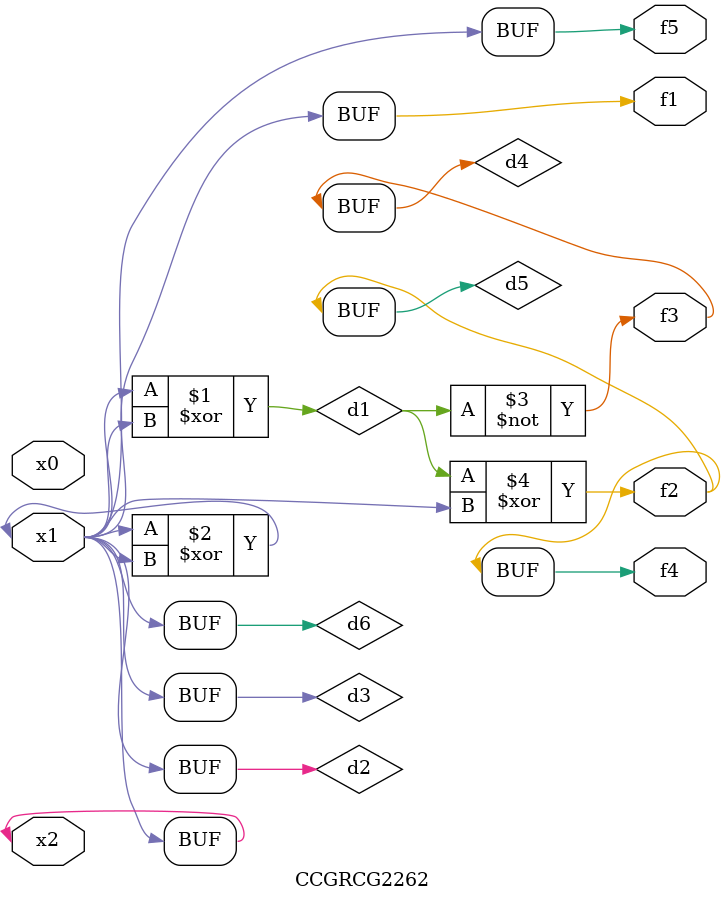
<source format=v>
module CCGRCG2262(
	input x0, x1, x2,
	output f1, f2, f3, f4, f5
);

	wire d1, d2, d3, d4, d5, d6;

	xor (d1, x1, x2);
	buf (d2, x1, x2);
	xor (d3, x1, x2);
	nor (d4, d1);
	xor (d5, d1, d2);
	buf (d6, d2, d3);
	assign f1 = d6;
	assign f2 = d5;
	assign f3 = d4;
	assign f4 = d5;
	assign f5 = d6;
endmodule

</source>
